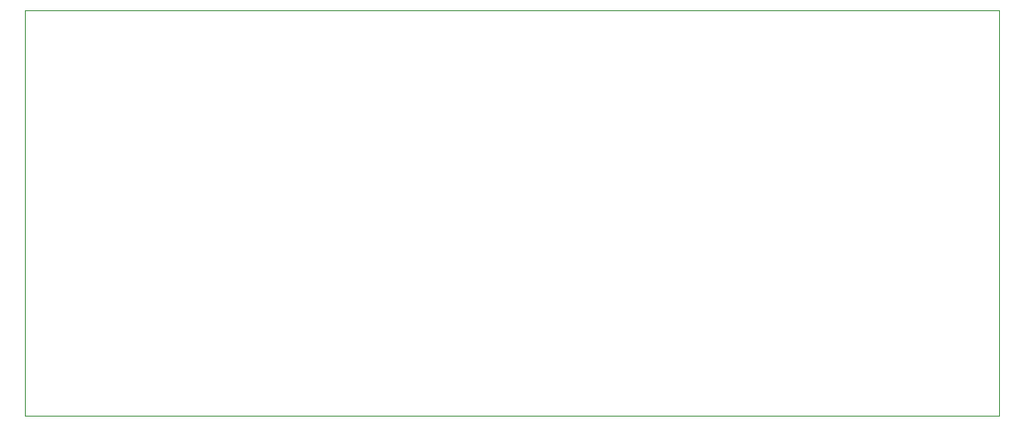
<source format=gm1>
%TF.GenerationSoftware,KiCad,Pcbnew,(6.0.7-1)-1*%
%TF.CreationDate,2023-01-10T14:36:04-05:00*%
%TF.ProjectId,LiIonUtilityBoard,4c69496f-6e55-4746-996c-697479426f61,rev?*%
%TF.SameCoordinates,Original*%
%TF.FileFunction,Profile,NP*%
%FSLAX46Y46*%
G04 Gerber Fmt 4.6, Leading zero omitted, Abs format (unit mm)*
G04 Created by KiCad (PCBNEW (6.0.7-1)-1) date 2023-01-10 14:36:04*
%MOMM*%
%LPD*%
G01*
G04 APERTURE LIST*
%TA.AperFunction,Profile*%
%ADD10C,0.100000*%
%TD*%
G04 APERTURE END LIST*
D10*
X86000000Y-46000000D02*
X182000000Y-46000000D01*
X182000000Y-46000000D02*
X182000000Y-86000000D01*
X182000000Y-86000000D02*
X86000000Y-86000000D01*
X86000000Y-86000000D02*
X86000000Y-46000000D01*
M02*

</source>
